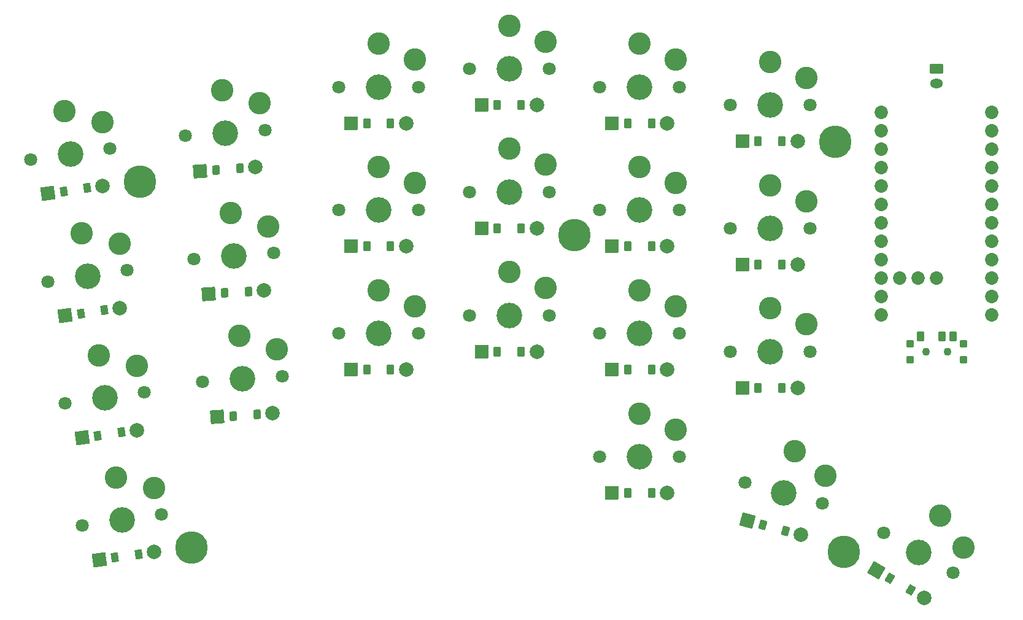
<source format=gbr>
%TF.GenerationSoftware,KiCad,Pcbnew,9.0.3*%
%TF.CreationDate,2025-07-25T16:03:50+02:00*%
%TF.ProjectId,left_pcb,6c656674-5f70-4636-922e-6b696361645f,v1.0.0*%
%TF.SameCoordinates,Original*%
%TF.FileFunction,Soldermask,Top*%
%TF.FilePolarity,Negative*%
%FSLAX46Y46*%
G04 Gerber Fmt 4.6, Leading zero omitted, Abs format (unit mm)*
G04 Created by KiCad (PCBNEW 9.0.3) date 2025-07-25 16:03:50*
%MOMM*%
%LPD*%
G01*
G04 APERTURE LIST*
G04 Aperture macros list*
%AMRoundRect*
0 Rectangle with rounded corners*
0 $1 Rounding radius*
0 $2 $3 $4 $5 $6 $7 $8 $9 X,Y pos of 4 corners*
0 Add a 4 corners polygon primitive as box body*
4,1,4,$2,$3,$4,$5,$6,$7,$8,$9,$2,$3,0*
0 Add four circle primitives for the rounded corners*
1,1,$1+$1,$2,$3*
1,1,$1+$1,$4,$5*
1,1,$1+$1,$6,$7*
1,1,$1+$1,$8,$9*
0 Add four rect primitives between the rounded corners*
20,1,$1+$1,$2,$3,$4,$5,0*
20,1,$1+$1,$4,$5,$6,$7,0*
20,1,$1+$1,$6,$7,$8,$9,0*
20,1,$1+$1,$8,$9,$2,$3,0*%
G04 Aperture macros list end*
%ADD10RoundRect,0.050000X0.450000X0.450000X-0.450000X0.450000X-0.450000X-0.450000X0.450000X-0.450000X0*%
%ADD11C,1.100000*%
%ADD12RoundRect,0.050000X0.450000X0.625000X-0.450000X0.625000X-0.450000X-0.625000X0.450000X-0.625000X0*%
%ADD13RoundRect,0.050000X-0.756623X-1.004073X1.004073X-0.756623X0.756623X1.004073X-1.004073X0.756623X0*%
%ADD14RoundRect,0.050000X-0.362117X-0.656789X0.529124X-0.531533X0.362117X0.656789X-0.529124X0.531533X0*%
%ADD15C,2.005000*%
%ADD16C,1.801800*%
%ADD17C,3.100000*%
%ADD18C,3.529000*%
%ADD19RoundRect,0.050000X-0.889000X-0.889000X0.889000X-0.889000X0.889000X0.889000X-0.889000X0.889000X0*%
%ADD20RoundRect,0.050000X-0.450000X-0.600000X0.450000X-0.600000X0.450000X0.600000X-0.450000X0.600000X0*%
%ADD21C,0.800000*%
%ADD22C,4.500000*%
%ADD23RoundRect,0.050000X-0.850000X0.600000X-0.850000X-0.600000X0.850000X-0.600000X0.850000X0.600000X0*%
%ADD24O,1.800000X1.300000*%
%ADD25RoundRect,0.050000X-0.824821X-0.948848X0.948848X-0.824821X0.824821X0.948848X-0.948848X0.824821X0*%
%ADD26RoundRect,0.050000X-0.407050X-0.629929X0.490758X-0.567148X0.407050X0.629929X-0.490758X0.567148X0*%
%ADD27RoundRect,0.050000X-1.214397X-0.325397X0.325397X-1.214397X1.214397X0.325397X-0.325397X1.214397X0*%
%ADD28RoundRect,0.050000X-0.689711X-0.294615X0.089711X-0.744615X0.689711X0.294615X-0.089711X0.744615X0*%
%ADD29C,1.852600*%
%ADD30RoundRect,0.050000X-1.088798X-0.628618X0.628618X-1.088798X1.088798X0.628618X-0.628618X1.088798X0*%
%ADD31RoundRect,0.050000X-0.589958X-0.463087X0.279375X-0.696024X0.589958X0.463087X-0.279375X0.696024X0*%
G04 APERTURE END LIST*
D10*
%TO.C,T1*%
X203158336Y-126128054D03*
X203158336Y-123928051D03*
D11*
X200958333Y-125028053D03*
X197958339Y-125028055D03*
D10*
X195758336Y-126128057D03*
X195758336Y-123928054D03*
D12*
X197208336Y-122953054D03*
X200208334Y-122953055D03*
X201708336Y-122953054D03*
%TD*%
D13*
%TO.C,D3*%
X79217200Y-120089082D03*
D14*
X81356179Y-119788464D03*
X84624063Y-119329198D03*
D15*
X86763042Y-119028580D03*
%TD*%
D16*
%TO.C,S9*%
X116958333Y-105528058D03*
D17*
X122458333Y-99578058D03*
D18*
X122458333Y-105528058D03*
D17*
X127458332Y-101778056D03*
D16*
X127958333Y-105528058D03*
%TD*%
D19*
%TO.C,D8*%
X118648337Y-127528055D03*
D20*
X120808337Y-127528055D03*
X124108337Y-127528055D03*
D15*
X126268337Y-127528055D03*
%TD*%
D19*
%TO.C,D14*%
X154648336Y-144528055D03*
D20*
X156808336Y-144528055D03*
X160108336Y-144528055D03*
D15*
X162268336Y-144528055D03*
%TD*%
D19*
%TO.C,D12*%
X136648335Y-108028054D03*
D20*
X138808335Y-108028054D03*
X142108335Y-108028054D03*
D15*
X144268335Y-108028054D03*
%TD*%
D16*
%TO.C,S17*%
X152958339Y-88528055D03*
D17*
X158458339Y-82578055D03*
D18*
X158458339Y-88528055D03*
D17*
X163458338Y-84778053D03*
D16*
X163958339Y-88528055D03*
%TD*%
%TO.C,S22*%
X192179936Y-150034878D03*
D17*
X199918076Y-147632027D03*
D18*
X196943076Y-152784878D03*
D17*
X203148203Y-152037281D03*
D16*
X201706216Y-155534878D03*
%TD*%
D13*
%TO.C,D2*%
X81583143Y-136923641D03*
D14*
X83722122Y-136623023D03*
X86990006Y-136163757D03*
D15*
X89128985Y-135863139D03*
%TD*%
D16*
%TO.C,S13*%
X134958337Y-86028056D03*
D17*
X140458337Y-80078056D03*
D18*
X140458337Y-86028056D03*
D17*
X145458336Y-82278054D03*
D16*
X145958337Y-86028056D03*
%TD*%
D19*
%TO.C,D9*%
X118648337Y-110528054D03*
D20*
X120808337Y-110528054D03*
X124108337Y-110528054D03*
D15*
X126268337Y-110528054D03*
%TD*%
D16*
%TO.C,S20*%
X170958336Y-91028054D03*
D17*
X176458336Y-85078054D03*
D18*
X176458336Y-91028054D03*
D17*
X181458335Y-87278052D03*
D16*
X181958336Y-91028054D03*
%TD*%
D21*
%TO.C,_4*%
X95014391Y-152304046D03*
X95330585Y-151081418D03*
X95655338Y-153392161D03*
X96877966Y-153708355D03*
D22*
X96648333Y-152074413D03*
D21*
X96418700Y-150440471D03*
X97641328Y-150756665D03*
X97966081Y-153067408D03*
X98282275Y-151844780D03*
%TD*%
D19*
%TO.C,D18*%
X172648334Y-130028053D03*
D20*
X174808334Y-130028053D03*
X178108334Y-130028053D03*
D15*
X180268334Y-130028053D03*
%TD*%
D23*
%TO.C,JST1*%
X199458334Y-86028062D03*
D24*
X199458340Y-88028052D03*
%TD*%
D13*
%TO.C,D1*%
X83949085Y-153758201D03*
D14*
X86088064Y-153457583D03*
X89355948Y-152998317D03*
D15*
X91494927Y-152697699D03*
%TD*%
D19*
%TO.C,D19*%
X172648336Y-113028055D03*
D20*
X174808336Y-113028055D03*
X178108336Y-113028055D03*
D15*
X180268336Y-113028055D03*
%TD*%
D16*
%TO.C,S10*%
X116958336Y-88528057D03*
D17*
X122458336Y-82578057D03*
D18*
X122458336Y-88528057D03*
D17*
X127458335Y-84778055D03*
D16*
X127958336Y-88528057D03*
%TD*%
D19*
%TO.C,D11*%
X136648333Y-125028055D03*
D20*
X138808333Y-125028055D03*
X142108333Y-125028055D03*
D15*
X144268333Y-125028055D03*
%TD*%
D25*
%TO.C,D6*%
X99027310Y-117107906D03*
D26*
X101182048Y-116957230D03*
X104474010Y-116727038D03*
D15*
X106628748Y-116576362D03*
%TD*%
D16*
%TO.C,S14*%
X152958332Y-139528053D03*
D17*
X158458332Y-133578053D03*
D18*
X158458332Y-139528053D03*
D17*
X163458331Y-135778051D03*
D16*
X163958332Y-139528053D03*
%TD*%
D27*
%TO.C,D22*%
X191143519Y-155210005D03*
D28*
X193014134Y-156290005D03*
X195872018Y-157940005D03*
D15*
X197742633Y-159020005D03*
%TD*%
D19*
%TO.C,D17*%
X154648337Y-93528052D03*
D20*
X156808337Y-93528052D03*
X160108337Y-93528052D03*
D15*
X162268337Y-93528052D03*
%TD*%
D19*
%TO.C,D20*%
X172648334Y-96028060D03*
D20*
X174808334Y-96028060D03*
X178108334Y-96028060D03*
D15*
X180268334Y-96028060D03*
%TD*%
D16*
%TO.C,S7*%
X95806784Y-95279388D03*
D17*
X100878335Y-88960221D03*
D18*
X101293386Y-94895727D03*
D17*
X106019619Y-90806079D03*
D16*
X106779988Y-94512066D03*
%TD*%
D29*
%TO.C,MCU1*%
X191838332Y-92058056D03*
X191838330Y-94598057D03*
X191838332Y-97138056D03*
X191838332Y-99678056D03*
X191838332Y-102218056D03*
X191838332Y-104758056D03*
X191838332Y-107298056D03*
X191838332Y-109838056D03*
X191838332Y-112378056D03*
X191838332Y-114918056D03*
X191838331Y-117458059D03*
X191838332Y-119998056D03*
X207078332Y-119998056D03*
X207078334Y-117458055D03*
X207078332Y-114918056D03*
X207078332Y-112378056D03*
X207078332Y-109838056D03*
X207078332Y-107298056D03*
X207078332Y-104758056D03*
X207078332Y-102218056D03*
X207078332Y-99678056D03*
X207078332Y-97138056D03*
X207078333Y-94598053D03*
X207078332Y-92058056D03*
X194378332Y-114918056D03*
X196918332Y-114918056D03*
X199458332Y-114918056D03*
%TD*%
D21*
%TO.C,_3*%
X147808335Y-108978058D03*
X148291609Y-107811332D03*
X148291609Y-110144784D03*
X149458335Y-107328058D03*
D22*
X149458335Y-108978058D03*
D21*
X149458335Y-110628058D03*
X150625061Y-107811332D03*
X150625061Y-110144784D03*
X151108335Y-108978058D03*
%TD*%
D16*
%TO.C,S2*%
X79213719Y-132207505D03*
D17*
X83832113Y-125549958D03*
D18*
X84660193Y-131442053D03*
D17*
X89089635Y-127032683D03*
D16*
X90106667Y-130676601D03*
%TD*%
D21*
%TO.C,_2*%
X183808336Y-96128055D03*
X184291610Y-94961329D03*
X184291610Y-97294781D03*
X185458336Y-94478055D03*
D22*
X185458336Y-96128055D03*
D21*
X185458336Y-97778055D03*
X186625062Y-94961329D03*
X186625062Y-97294781D03*
X187108336Y-96128055D03*
%TD*%
%TO.C,_5*%
X185169906Y-151876605D03*
X186171797Y-151107828D03*
X185005071Y-153128656D03*
X187423848Y-151272663D03*
D22*
X186598848Y-152701605D03*
D21*
X185773848Y-154130547D03*
X188192625Y-152274554D03*
X187025899Y-154295382D03*
X188027790Y-153526605D03*
%TD*%
D19*
%TO.C,D10*%
X118648335Y-93528051D03*
D20*
X120808335Y-93528051D03*
X124108335Y-93528051D03*
D15*
X126268335Y-93528051D03*
%TD*%
D30*
%TO.C,D21*%
X173354651Y-148354544D03*
D31*
X175441050Y-148913596D03*
X178628606Y-149767696D03*
D15*
X180715005Y-150326748D03*
%TD*%
D19*
%TO.C,D15*%
X154648334Y-127528057D03*
D20*
X156808334Y-127528057D03*
X160108334Y-127528057D03*
D15*
X162268334Y-127528057D03*
%TD*%
D16*
%TO.C,S12*%
X134958335Y-103028049D03*
D17*
X140458335Y-97078049D03*
D18*
X140458335Y-103028049D03*
D17*
X145458334Y-99278047D03*
D16*
X145958335Y-103028049D03*
%TD*%
%TO.C,S16*%
X152958332Y-105528056D03*
D17*
X158458332Y-99578056D03*
D18*
X158458332Y-105528056D03*
D17*
X163458331Y-101778054D03*
D16*
X163958332Y-105528056D03*
%TD*%
%TO.C,S11*%
X134958334Y-120028055D03*
D17*
X140458334Y-114078055D03*
D18*
X140458334Y-120028055D03*
D17*
X145458333Y-116278053D03*
D16*
X145958334Y-120028055D03*
%TD*%
D25*
%TO.C,D5*%
X100213169Y-134066492D03*
D26*
X102367907Y-133915816D03*
X105659869Y-133685624D03*
D15*
X107814607Y-133534948D03*
%TD*%
D13*
%TO.C,D4*%
X76851258Y-103254527D03*
D14*
X78990237Y-102953909D03*
X82258121Y-102494643D03*
D15*
X84397100Y-102194025D03*
%TD*%
D16*
%TO.C,S4*%
X74481838Y-98538388D03*
D17*
X79100232Y-91880841D03*
D18*
X79928312Y-97772936D03*
D17*
X84357754Y-93363566D03*
D16*
X85374786Y-97007484D03*
%TD*%
%TO.C,S21*%
X173016332Y-143087514D03*
D17*
X179868897Y-138763760D03*
D18*
X178328924Y-144511019D03*
D17*
X184129125Y-142182890D03*
D16*
X183641516Y-145934524D03*
%TD*%
%TO.C,S1*%
X81579665Y-149042057D03*
D17*
X86198059Y-142384510D03*
D18*
X87026139Y-148276605D03*
D17*
X91455581Y-143867235D03*
D16*
X92472613Y-147511153D03*
%TD*%
%TO.C,S3*%
X76847783Y-115372948D03*
D17*
X81466177Y-108715401D03*
D18*
X82294257Y-114607496D03*
D17*
X86723699Y-110198126D03*
D16*
X87740731Y-113842044D03*
%TD*%
%TO.C,S19*%
X170958338Y-108028058D03*
D17*
X176458338Y-102078058D03*
D18*
X176458338Y-108028058D03*
D17*
X181458337Y-104278056D03*
D16*
X181958338Y-108028058D03*
%TD*%
%TO.C,S6*%
X96992643Y-112237978D03*
D17*
X102064194Y-105918811D03*
D18*
X102479245Y-111854317D03*
D17*
X107205478Y-107764669D03*
D16*
X107965847Y-111470656D03*
%TD*%
D25*
%TO.C,D7*%
X97841449Y-100149319D03*
D26*
X99996187Y-99998643D03*
X103288149Y-99768451D03*
D15*
X105442887Y-99617775D03*
%TD*%
D19*
%TO.C,D13*%
X136648335Y-91028054D03*
D20*
X138808335Y-91028054D03*
X142108335Y-91028054D03*
D15*
X144268335Y-91028054D03*
%TD*%
D16*
%TO.C,S5*%
X98178504Y-129196564D03*
D17*
X103250055Y-122877397D03*
D18*
X103665106Y-128812903D03*
D17*
X108391339Y-124723255D03*
D16*
X109151708Y-128429242D03*
%TD*%
%TO.C,S18*%
X170958333Y-125028056D03*
D17*
X176458333Y-119078056D03*
D18*
X176458333Y-125028056D03*
D17*
X181458332Y-121278054D03*
D16*
X181958333Y-125028056D03*
%TD*%
%TO.C,S15*%
X152958333Y-122528053D03*
D17*
X158458333Y-116578053D03*
D18*
X158458333Y-122528053D03*
D17*
X163458332Y-118778051D03*
D16*
X163958333Y-122528053D03*
%TD*%
D19*
%TO.C,D16*%
X154648337Y-110528052D03*
D20*
X156808337Y-110528052D03*
X160108337Y-110528052D03*
D15*
X162268337Y-110528052D03*
%TD*%
D21*
%TO.C,_1*%
X87916566Y-101800375D03*
X88232760Y-100577747D03*
X88557513Y-102888490D03*
X89780141Y-103204684D03*
D22*
X89550508Y-101570742D03*
D21*
X89320875Y-99936800D03*
X90543503Y-100252994D03*
X90868256Y-102563737D03*
X91184450Y-101341109D03*
%TD*%
D16*
%TO.C,S8*%
X116958333Y-122528058D03*
D17*
X122458333Y-116578058D03*
D18*
X122458333Y-122528058D03*
D17*
X127458332Y-118778056D03*
D16*
X127958333Y-122528058D03*
%TD*%
M02*

</source>
